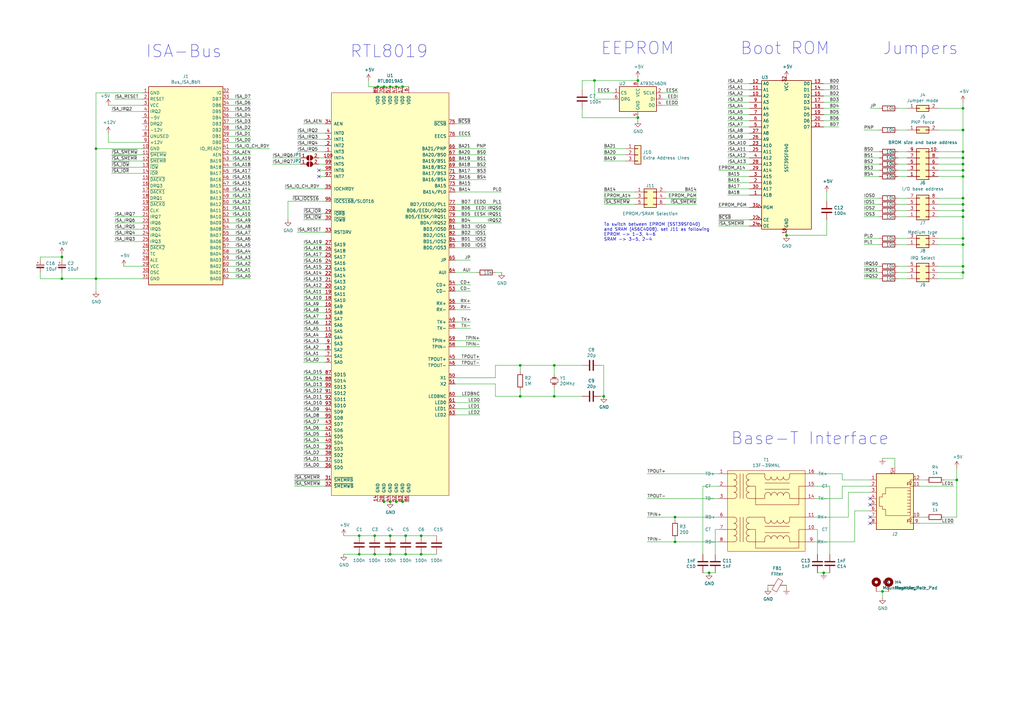
<source format=kicad_sch>
(kicad_sch (version 20211123) (generator eeschema)
  (paper "A3")
  (title_block (title "ISA8019") (date "2022-10-07") (rev "2.4") (company "tbspace.de") (comment 1 "Tobias Mädel"))
  (junction (at 394.97 53.34))
  (junction (at 394.97 111.76))
  (junction (at 39.37 60.96))
  (junction (at 394.97 67.31))
  (junction (at 147.32 227.33))
  (junction (at 166.37 227.33))
  (junction (at 394.97 72.39))
  (junction (at 247.65 162.56))
  (junction (at 361.95 242.57))
  (junction (at 394.97 88.9))
  (junction (at 160.02 219.71))
  (junction (at 213.36 149.86))
  (junction (at 157.48 205.74))
  (junction (at 276.86 212.09))
  (junction (at 160.02 205.74))
  (junction (at 322.58 96.52))
  (junction (at 394.97 109.22))
  (junction (at 166.37 219.71))
  (junction (at 162.56 205.74))
  (junction (at 394.97 83.82))
  (junction (at 25.4 114.3))
  (junction (at 147.32 219.71))
  (junction (at 276.86 222.25))
  (junction (at 165.1 205.74))
  (junction (at 157.48 35.56))
  (junction (at 165.1 35.56))
  (junction (at 227.33 149.86))
  (junction (at 261.62 33.02))
  (junction (at 160.02 227.33))
  (junction (at 243.84 33.02))
  (junction (at 337.82 234.95))
  (junction (at 39.37 114.3))
  (junction (at 160.02 35.56))
  (junction (at 172.72 219.71))
  (junction (at 25.4 105.41))
  (junction (at 394.97 69.85))
  (junction (at 227.33 162.56))
  (junction (at 394.97 81.28))
  (junction (at 394.97 97.79))
  (junction (at 213.36 162.56))
  (junction (at 153.67 219.71))
  (junction (at 154.94 35.56))
  (junction (at 162.56 35.56))
  (junction (at 394.97 100.33))
  (junction (at 392.43 196.85))
  (junction (at 153.67 227.33))
  (junction (at 261.62 48.26))
  (junction (at 172.72 227.33))
  (junction (at 290.83 234.95))
  (junction (at 394.97 62.23))
  (junction (at 394.97 64.77))
  (junction (at 394.97 86.36))
  (junction (at 394.97 44.45))
  (no_connect (at 356.87 204.47))
  (no_connect (at 356.87 214.63))
  (no_connect (at 356.87 212.09))
  (no_connect (at 356.87 207.01))
  (no_connect (at 130.81 69.85))
  (no_connect (at 130.81 72.39))
  (wire (pts (xy 394.97 109.22) (xy 394.97 111.76)))
  (wire (pts (xy 186.69 91.44) (xy 205.74 91.44)))
  (wire (pts (xy 354.33 97.79) (xy 360.68 97.79)))
  (wire (pts (xy 45.72 66.04) (xy 58.42 66.04)))
  (wire (pts (xy 45.72 68.58) (xy 58.42 68.58)))
  (wire (pts (xy 102.87 96.52) (xy 93.98 96.52)))
  (wire (pts (xy 130.81 69.85) (xy 133.35 69.85)))
  (wire (pts (xy 102.87 53.34) (xy 93.98 53.34)))
  (wire (pts (xy 335.28 234.95) (xy 337.82 234.95)))
  (wire (pts (xy 285.75 83.82) (xy 273.05 83.82)))
  (wire (pts (xy 394.97 64.77) (xy 394.97 67.31)))
  (wire (pts (xy 368.3 86.36) (xy 372.11 86.36)))
  (wire (pts (xy 133.35 173.99) (xy 124.46 173.99)))
  (wire (pts (xy 133.35 107.95) (xy 124.46 107.95)))
  (wire (pts (xy 58.42 96.52) (xy 46.99 96.52)))
  (wire (pts (xy 46.99 99.06) (xy 58.42 99.06)))
  (wire (pts (xy 25.4 104.14) (xy 25.4 105.41)))
  (wire (pts (xy 93.98 45.72) (xy 102.87 45.72)))
  (wire (pts (xy 186.69 55.88) (xy 193.04 55.88)))
  (wire (pts (xy 102.87 106.68) (xy 93.98 106.68)))
  (wire (pts (xy 307.34 49.53) (xy 298.45 49.53)))
  (wire (pts (xy 121.92 62.23) (xy 133.35 62.23)))
  (wire (pts (xy 124.46 153.67) (xy 133.35 153.67)))
  (wire (pts (xy 186.69 162.56) (xy 196.85 162.56)))
  (wire (pts (xy 124.46 191.77) (xy 133.35 191.77)))
  (wire (pts (xy 344.17 41.91) (xy 337.82 41.91)))
  (wire (pts (xy 111.76 64.77) (xy 123.19 64.77)))
  (wire (pts (xy 247.65 149.86) (xy 247.65 162.56)))
  (wire (pts (xy 307.34 39.37) (xy 298.45 39.37)))
  (wire (pts (xy 133.35 143.51) (xy 124.46 143.51)))
  (wire (pts (xy 186.69 88.9) (xy 205.74 88.9)))
  (wire (pts (xy 93.98 78.74) (xy 102.87 78.74)))
  (wire (pts (xy 120.65 199.39) (xy 133.35 199.39)))
  (wire (pts (xy 133.35 166.37) (xy 124.46 166.37)))
  (wire (pts (xy 93.98 99.06) (xy 102.87 99.06)))
  (wire (pts (xy 193.04 127) (xy 186.69 127)))
  (wire (pts (xy 394.97 41.91) (xy 394.97 44.45)))
  (wire (pts (xy 278.13 38.1) (xy 271.78 38.1)))
  (wire (pts (xy 337.82 34.29) (xy 344.17 34.29)))
  (wire (pts (xy 394.97 86.36) (xy 394.97 88.9)))
  (wire (pts (xy 345.44 196.85) (xy 356.87 196.85)))
  (wire (pts (xy 133.35 189.23) (xy 124.46 189.23)))
  (wire (pts (xy 165.1 35.56) (xy 167.64 35.56)))
  (wire (pts (xy 44.45 58.42) (xy 58.42 58.42)))
  (wire (pts (xy 167.64 205.74) (xy 165.1 205.74)))
  (wire (pts (xy 247.65 66.04) (xy 256.54 66.04)))
  (wire (pts (xy 247.65 83.82) (xy 260.35 83.82)))
  (wire (pts (xy 199.39 93.98) (xy 186.69 93.98)))
  (wire (pts (xy 337.82 44.45) (xy 344.17 44.45)))
  (wire (pts (xy 354.33 81.28) (xy 360.68 81.28)))
  (wire (pts (xy 186.69 50.8) (xy 193.04 50.8)))
  (wire (pts (xy 133.35 118.11) (xy 124.46 118.11)))
  (wire (pts (xy 294.64 92.71) (xy 307.34 92.71)))
  (wire (pts (xy 162.56 35.56) (xy 165.1 35.56)))
  (wire (pts (xy 339.09 78.74) (xy 339.09 82.55)))
  (wire (pts (xy 322.58 95.25) (xy 322.58 96.52)))
  (wire (pts (xy 124.46 176.53) (xy 133.35 176.53)))
  (wire (pts (xy 124.46 163.83) (xy 133.35 163.83)))
  (wire (pts (xy 335.28 217.17) (xy 334.01 217.17)))
  (wire (pts (xy 339.09 90.17) (xy 339.09 96.52)))
  (wire (pts (xy 186.69 167.64) (xy 196.85 167.64)))
  (wire (pts (xy 166.37 219.71) (xy 160.02 219.71)))
  (wire (pts (xy 151.13 33.02) (xy 151.13 35.56)))
  (wire (pts (xy 247.65 60.96) (xy 256.54 60.96)))
  (wire (pts (xy 186.69 101.6) (xy 199.39 101.6)))
  (wire (pts (xy 276.86 212.09) (xy 276.86 213.36)))
  (wire (pts (xy 265.43 212.09) (xy 276.86 212.09)))
  (wire (pts (xy 165.1 205.74) (xy 162.56 205.74)))
  (wire (pts (xy 186.69 157.48) (xy 203.2 157.48)))
  (wire (pts (xy 102.87 91.44) (xy 93.98 91.44)))
  (wire (pts (xy 372.11 69.85) (xy 368.3 69.85)))
  (wire (pts (xy 186.69 116.84) (xy 193.04 116.84)))
  (wire (pts (xy 102.87 63.5) (xy 93.98 63.5)))
  (wire (pts (xy 46.99 88.9) (xy 58.42 88.9)))
  (wire (pts (xy 153.67 227.33) (xy 160.02 227.33)))
  (wire (pts (xy 102.87 71.12) (xy 93.98 71.12)))
  (wire (pts (xy 372.11 100.33) (xy 368.3 100.33)))
  (wire (pts (xy 213.36 149.86) (xy 213.36 152.4)))
  (wire (pts (xy 102.87 66.04) (xy 93.98 66.04)))
  (wire (pts (xy 394.97 86.36) (xy 384.81 86.36)))
  (wire (pts (xy 384.81 88.9) (xy 394.97 88.9)))
  (wire (pts (xy 372.11 83.82) (xy 368.3 83.82)))
  (wire (pts (xy 276.86 212.09) (xy 294.64 212.09)))
  (wire (pts (xy 360.68 100.33) (xy 354.33 100.33)))
  (wire (pts (xy 93.98 68.58) (xy 102.87 68.58)))
  (wire (pts (xy 298.45 74.93) (xy 307.34 74.93)))
  (wire (pts (xy 25.4 105.41) (xy 25.4 106.68)))
  (wire (pts (xy 124.46 87.63) (xy 133.35 87.63)))
  (wire (pts (xy 322.58 240.03) (xy 322.58 241.3)))
  (wire (pts (xy 157.48 205.74) (xy 154.94 205.74)))
  (wire (pts (xy 186.69 124.46) (xy 193.04 124.46)))
  (wire (pts (xy 298.45 72.39) (xy 307.34 72.39)))
  (wire (pts (xy 172.72 219.71) (xy 179.07 219.71)))
  (wire (pts (xy 147.32 227.33) (xy 153.67 227.33)))
  (wire (pts (xy 372.11 111.76) (xy 368.3 111.76)))
  (wire (pts (xy 372.11 53.34) (xy 368.3 53.34)))
  (wire (pts (xy 153.67 219.71) (xy 147.32 219.71)))
  (wire (pts (xy 387.35 212.09) (xy 392.43 212.09)))
  (wire (pts (xy 157.48 35.56) (xy 160.02 35.56)))
  (wire (pts (xy 337.82 49.53) (xy 344.17 49.53)))
  (wire (pts (xy 93.98 109.22) (xy 102.87 109.22)))
  (wire (pts (xy 124.46 115.57) (xy 133.35 115.57)))
  (wire (pts (xy 93.98 83.82) (xy 102.87 83.82)))
  (wire (pts (xy 196.85 149.86) (xy 186.69 149.86)))
  (wire (pts (xy 160.02 35.56) (xy 162.56 35.56)))
  (wire (pts (xy 205.74 111.76) (xy 203.2 111.76)))
  (wire (pts (xy 394.97 72.39) (xy 394.97 81.28)))
  (wire (pts (xy 337.82 39.37) (xy 344.17 39.37)))
  (wire (pts (xy 368.3 109.22) (xy 372.11 109.22)))
  (wire (pts (xy 294.64 90.17) (xy 307.34 90.17)))
  (wire (pts (xy 334.01 199.39) (xy 340.36 199.39)))
  (wire (pts (xy 271.78 40.64) (xy 278.13 40.64)))
  (wire (pts (xy 124.46 140.97) (xy 133.35 140.97)))
  (wire (pts (xy 345.44 199.39) (xy 345.44 204.47)))
  (wire (pts (xy 384.81 114.3) (xy 394.97 114.3)))
  (wire (pts (xy 350.52 222.25) (xy 334.01 222.25)))
  (wire (pts (xy 387.35 196.85) (xy 392.43 196.85)))
  (wire (pts (xy 110.49 60.96) (xy 93.98 60.96)))
  (wire (pts (xy 247.65 162.56) (xy 246.38 162.56)))
  (wire (pts (xy 360.68 111.76) (xy 354.33 111.76)))
  (wire (pts (xy 265.43 194.31) (xy 294.64 194.31)))
  (wire (pts (xy 359.41 242.57) (xy 361.95 242.57)))
  (wire (pts (xy 213.36 160.02) (xy 213.36 162.56)))
  (wire (pts (xy 186.69 60.96) (xy 199.39 60.96)))
  (wire (pts (xy 227.33 149.86) (xy 213.36 149.86)))
  (wire (pts (xy 394.97 109.22) (xy 384.81 109.22)))
  (wire (pts (xy 298.45 46.99) (xy 307.34 46.99)))
  (wire (pts (xy 335.28 227.33) (xy 335.28 217.17)))
  (wire (pts (xy 260.35 81.28) (xy 247.65 81.28)))
  (wire (pts (xy 394.97 53.34) (xy 394.97 62.23)))
  (wire (pts (xy 116.84 77.47) (xy 133.35 77.47)))
  (wire (pts (xy 290.83 234.95) (xy 293.37 234.95)))
  (wire (pts (xy 172.72 227.33) (xy 179.07 227.33)))
  (wire (pts (xy 124.46 146.05) (xy 133.35 146.05)))
  (wire (pts (xy 322.58 96.52) (xy 339.09 96.52)))
  (wire (pts (xy 238.76 48.26) (xy 238.76 44.45)))
  (wire (pts (xy 93.98 114.3) (xy 102.87 114.3)))
  (wire (pts (xy 102.87 81.28) (xy 93.98 81.28)))
  (wire (pts (xy 124.46 120.65) (xy 133.35 120.65)))
  (wire (pts (xy 278.13 43.18) (xy 271.78 43.18)))
  (wire (pts (xy 162.56 205.74) (xy 160.02 205.74)))
  (wire (pts (xy 93.98 40.64) (xy 102.87 40.64)))
  (wire (pts (xy 298.45 52.07) (xy 307.34 52.07)))
  (wire (pts (xy 394.97 62.23) (xy 394.97 64.77)))
  (wire (pts (xy 294.64 222.25) (xy 276.86 222.25)))
  (wire (pts (xy 193.04 106.68) (xy 186.69 106.68)))
  (wire (pts (xy 247.65 63.5) (xy 256.54 63.5)))
  (wire (pts (xy 356.87 209.55) (xy 350.52 209.55)))
  (wire (pts (xy 307.34 69.85) (xy 294.64 69.85)))
  (wire (pts (xy 186.69 76.2) (xy 193.04 76.2)))
  (wire (pts (xy 133.35 171.45) (xy 124.46 171.45)))
  (wire (pts (xy 372.11 88.9) (xy 368.3 88.9)))
  (wire (pts (xy 293.37 227.33) (xy 293.37 217.17)))
  (wire (pts (xy 45.72 63.5) (xy 58.42 63.5)))
  (wire (pts (xy 350.52 209.55) (xy 350.52 222.25)))
  (wire (pts (xy 354.33 86.36) (xy 360.68 86.36)))
  (wire (pts (xy 45.72 45.72) (xy 58.42 45.72)))
  (wire (pts (xy 133.35 184.15) (xy 124.46 184.15)))
  (wire (pts (xy 394.97 44.45) (xy 384.81 44.45)))
  (wire (pts (xy 44.45 43.18) (xy 58.42 43.18)))
  (wire (pts (xy 368.3 67.31) (xy 372.11 67.31)))
  (wire (pts (xy 307.34 34.29) (xy 298.45 34.29)))
  (wire (pts (xy 340.36 199.39) (xy 340.36 227.33)))
  (wire (pts (xy 93.98 104.14) (xy 102.87 104.14)))
  (wire (pts (xy 39.37 60.96) (xy 58.42 60.96)))
  (wire (pts (xy 394.97 53.34) (xy 384.81 53.34)))
  (wire (pts (xy 186.69 111.76) (xy 195.58 111.76)))
  (wire (pts (xy 247.65 78.74) (xy 260.35 78.74)))
  (wire (pts (xy 261.62 31.75) (xy 261.62 33.02)))
  (wire (pts (xy 133.35 133.35) (xy 124.46 133.35)))
  (wire (pts (xy 227.33 158.75) (xy 227.33 162.56)))
  (wire (pts (xy 368.3 44.45) (xy 372.11 44.45)))
  (wire (pts (xy 39.37 38.1) (xy 58.42 38.1)))
  (wire (pts (xy 377.19 199.39) (xy 391.16 199.39)))
  (wire (pts (xy 133.35 113.03) (xy 124.46 113.03)))
  (wire (pts (xy 360.68 62.23) (xy 354.33 62.23)))
  (wire (pts (xy 102.87 76.2) (xy 93.98 76.2)))
  (wire (pts (xy 246.38 149.86) (xy 247.65 149.86)))
  (wire (pts (xy 186.69 83.82) (xy 205.74 83.82)))
  (wire (pts (xy 265.43 204.47) (xy 294.64 204.47)))
  (wire (pts (xy 307.34 59.69) (xy 298.45 59.69)))
  (wire (pts (xy 394.97 81.28) (xy 384.81 81.28)))
  (wire (pts (xy 298.45 80.01) (xy 307.34 80.01)))
  (wire (pts (xy 261.62 48.26) (xy 238.76 48.26)))
  (wire (pts (xy 354.33 109.22) (xy 360.68 109.22)))
  (wire (pts (xy 361.95 187.96) (xy 367.03 187.96)))
  (wire (pts (xy 160.02 205.74) (xy 157.48 205.74)))
  (wire (pts (xy 245.11 38.1) (xy 251.46 38.1)))
  (wire (pts (xy 392.43 196.85) (xy 392.43 212.09)))
  (wire (pts (xy 172.72 219.71) (xy 166.37 219.71)))
  (wire (pts (xy 186.69 86.36) (xy 205.74 86.36)))
  (wire (pts (xy 354.33 72.39) (xy 360.68 72.39)))
  (wire (pts (xy 196.85 165.1) (xy 186.69 165.1)))
  (wire (pts (xy 377.19 212.09) (xy 379.73 212.09)))
  (wire (pts (xy 46.99 93.98) (xy 58.42 93.98)))
  (wire (pts (xy 394.97 69.85) (xy 384.81 69.85)))
  (wire (pts (xy 93.98 93.98) (xy 102.87 93.98)))
  (wire (pts (xy 314.96 240.03) (xy 314.96 241.3)))
  (wire (pts (xy 368.3 62.23) (xy 372.11 62.23)))
  (wire (pts (xy 285.75 78.74) (xy 273.05 78.74)))
  (wire (pts (xy 186.69 63.5) (xy 199.39 63.5)))
  (wire (pts (xy 367.03 187.96) (xy 367.03 191.77)))
  (wire (pts (xy 102.87 43.18) (xy 93.98 43.18)))
  (wire (pts (xy 124.46 105.41) (xy 133.35 105.41)))
  (wire (pts (xy 186.69 68.58) (xy 199.39 68.58)))
  (wire (pts (xy 151.13 35.56) (xy 154.94 35.56)))
  (wire (pts (xy 368.3 81.28) (xy 372.11 81.28)))
  (wire (pts (xy 394.97 97.79) (xy 394.97 100.33)))
  (wire (pts (xy 124.46 168.91) (xy 133.35 168.91)))
  (wire (pts (xy 46.99 40.64) (xy 58.42 40.64)))
  (wire (pts (xy 227.33 162.56) (xy 238.76 162.56)))
  (wire (pts (xy 356.87 44.45) (xy 360.68 44.45)))
  (wire (pts (xy 39.37 119.38) (xy 39.37 114.3)))
  (wire (pts (xy 124.46 110.49) (xy 133.35 110.49)))
  (wire (pts (xy 133.35 161.29) (xy 124.46 161.29)))
  (wire (pts (xy 124.46 135.89) (xy 133.35 135.89)))
  (wire (pts (xy 186.69 147.32) (xy 196.85 147.32)))
  (wire (pts (xy 123.19 67.31) (xy 111.76 67.31)))
  (wire (pts (xy 288.29 234.95) (xy 290.83 234.95)))
  (wire (pts (xy 133.35 138.43) (xy 124.46 138.43)))
  (wire (pts (xy 58.42 109.22) (xy 50.8 109.22)))
  (wire (pts (xy 102.87 48.26) (xy 93.98 48.26)))
  (wire (pts (xy 394.97 69.85) (xy 394.97 72.39)))
  (wire (pts (xy 394.97 83.82) (xy 394.97 86.36)))
  (wire (pts (xy 39.37 38.1) (xy 39.37 60.96)))
  (wire (pts (xy 360.68 83.82) (xy 354.33 83.82)))
  (wire (pts (xy 394.97 97.79) (xy 384.81 97.79)))
  (wire (pts (xy 93.98 55.88) (xy 102.87 55.88)))
  (wire (pts (xy 133.35 156.21) (xy 124.46 156.21)))
  (wire (pts (xy 121.92 54.61) (xy 133.35 54.61)))
  (wire (pts (xy 298.45 57.15) (xy 307.34 57.15)))
  (wire (pts (xy 276.86 222.25) (xy 265.43 222.25)))
  (wire (pts (xy 288.29 199.39) (xy 288.29 227.33)))
  (wire (pts (xy 186.69 139.7) (xy 196.85 139.7)))
  (wire (pts (xy 130.81 72.39) (xy 133.35 72.39)))
  (wire (pts (xy 298.45 67.31) (xy 307.34 67.31)))
  (wire (pts (xy 372.11 114.3) (xy 368.3 114.3)))
  (wire (pts (xy 354.33 88.9) (xy 360.68 88.9)))
  (wire (pts (xy 16.51 111.76) (xy 16.51 114.3)))
  (wire (pts (xy 227.33 149.86) (xy 227.33 153.67)))
  (wire (pts (xy 307.34 44.45) (xy 298.45 44.45)))
  (wire (pts (xy 354.33 64.77) (xy 360.68 64.77)))
  (wire (pts (xy 133.35 128.27) (xy 124.46 128.27)))
  (wire (pts (xy 344.17 52.07) (xy 337.82 52.07)))
  (wire (pts (xy 203.2 162.56) (xy 213.36 162.56)))
  (wire (pts (xy 16.51 106.68) (xy 16.51 105.41)))
  (wire (pts (xy 186.69 96.52) (xy 199.39 96.52)))
  (wire (pts (xy 130.81 67.31) (xy 133.35 67.31)))
  (wire (pts (xy 298.45 77.47) (xy 307.34 77.47)))
  (wire (pts (xy 372.11 64.77) (xy 368.3 64.77)))
  (wire (pts (xy 360.68 114.3) (xy 354.33 114.3)))
  (wire (pts (xy 298.45 62.23) (xy 307.34 62.23)))
  (wire (pts (xy 276.86 220.98) (xy 276.86 222.25)))
  (wire (pts (xy 133.35 179.07) (xy 124.46 179.07)))
  (wire (pts (xy 124.46 50.8) (xy 133.35 50.8)))
  (wire (pts (xy 45.72 71.12) (xy 58.42 71.12)))
  (wire (pts (xy 133.35 148.59) (xy 124.46 148.59)))
  (wire (pts (xy 337.82 234.95) (xy 340.36 234.95)))
  (wire (pts (xy 394.97 114.3) (xy 394.97 111.76)))
  (wire (pts (xy 39.37 60.96) (xy 39.37 114.3)))
  (wire (pts (xy 307.34 85.09) (xy 294.64 85.09)))
  (wire (pts (xy 203.2 149.86) (xy 203.2 154.94)))
  (wire (pts (xy 25.4 111.76) (xy 25.4 114.3)))
  (wire (pts (xy 93.98 50.8) (xy 102.87 50.8)))
  (wire (pts (xy 199.39 73.66) (xy 186.69 73.66)))
  (wire (pts (xy 356.87 199.39) (xy 345.44 199.39)))
  (wire (pts (xy 186.69 71.12) (xy 199.39 71.12)))
  (wire (pts (xy 196.85 170.18) (xy 186.69 170.18)))
  (wire (pts (xy 361.95 242.57) (xy 364.49 242.57)))
  (wire (pts (xy 124.46 130.81) (xy 133.35 130.81)))
  (wire (pts (xy 124.46 125.73) (xy 133.35 125.73)))
  (wire (pts (xy 298.45 41.91) (xy 307.34 41.91)))
  (wire (pts (xy 360.68 67.31) (xy 354.33 67.31)))
  (wire (pts (xy 384.81 83.82) (xy 394.97 83.82)))
  (wire (pts (xy 261.62 33.02) (xy 243.84 33.02)))
  (wire (pts (xy 394.97 88.9) (xy 394.97 97.79)))
  (wire (pts (xy 384.81 100.33) (xy 394.97 100.33)))
  (wire (pts (xy 93.98 73.66) (xy 102.87 73.66)))
  (wire (pts (xy 121.92 95.25) (xy 133.35 95.25)))
  (wire (pts (xy 334.01 194.31) (xy 345.44 194.31)))
  (wire (pts (xy 120.65 196.85) (xy 133.35 196.85)))
  (wire (pts (xy 186.69 132.08) (xy 193.04 132.08)))
  (wire (pts (xy 347.98 201.93) (xy 347.98 212.09)))
  (wire (pts (xy 193.04 119.38) (xy 186.69 119.38)))
  (wire (pts (xy 243.84 33.02) (xy 238.76 33.02)))
  (wire (pts (xy 354.33 69.85) (xy 360.68 69.85)))
  (wire (pts (xy 392.43 191.77) (xy 392.43 196.85)))
  (wire (pts (xy 307.34 64.77) (xy 298.45 64.77)))
  (wire (pts (xy 394.97 67.31) (xy 394.97 69.85)))
  (wire (pts (xy 384.81 72.39) (xy 394.97 72.39)))
  (wire (pts (xy 344.17 46.99) (xy 337.82 46.99)))
  (wire (pts (xy 39.37 114.3) (xy 58.42 114.3)))
  (wire (pts (xy 307.34 54.61) (xy 298.45 54.61)))
  (wire (pts (xy 102.87 111.76) (xy 93.98 111.76)))
  (wire (pts (xy 394.97 81.28) (xy 394.97 83.82)))
  (wire (pts (xy 344.17 36.83) (xy 337.82 36.83)))
  (wire (pts (xy 25.4 114.3) (xy 39.37 114.3)))
  (wire (pts (xy 133.35 59.69) (xy 121.92 59.69)))
  (wire (pts (xy 133.35 123.19) (xy 124.46 123.19)))
  (wire (pts (xy 243.84 40.64) (xy 243.84 33.02)))
  (wire (pts (xy 58.42 91.44) (xy 46.99 91.44)))
  (wire (pts (xy 16.51 105.41) (xy 25.4 105.41)))
  (wire (pts (xy 345.44 194.31) (xy 345.44 196.85)))
  (wire (pts (xy 384.81 67.31) (xy 394.97 67.31)))
  (wire (pts (xy 130.81 64.77) (xy 133.35 64.77)))
  (wire (pts (xy 16.51 114.3) (xy 25.4 114.3)))
  (wire (pts (xy 298.45 36.83) (xy 307.34 36.83)))
  (wire (pts (xy 261.62 48.26) (xy 261.62 49.53)))
  (wire (pts (xy 44.45 54.61) (xy 44.45 58.42)))
  (wire (pts (xy 118.11 82.55) (xy 133.35 82.55)))
  (wire (pts (xy 203.2 149.86) (xy 213.36 149.86)))
  (wire (pts (xy 186.69 78.74) (xy 205.74 78.74)))
  (wire (pts (xy 238.76 149.86) (xy 227.33 149.86)))
  (wire (pts (xy 199.39 99.06) (xy 186.69 99.06)))
  (wire (pts (xy 384.81 111.76) (xy 394.97 111.76)))
  (wire (pts (xy 124.46 100.33) (xy 133.35 100.33)))
  (wire (pts (xy 238.76 33.02) (xy 238.76 36.83)))
  (wire (pts (xy 361.95 242.57) (xy 361.95 245.11)))
  (wire (pts (xy 121.92 57.15) (xy 133.35 57.15)))
  (wire (pts (xy 102.87 101.6) (xy 93.98 101.6)))
  (wire (pts (xy 394.97 100.33) (xy 394.97 109.22)))
  (wire (pts (xy 391.16 214.63) (xy 377.19 214.63)))
  (wire (pts (xy 394.97 44.45) (xy 394.97 53.34)))
  (wire (pts (xy 251.46 40.64) (xy 243.84 40.64)))
  (wire (pts (xy 154.94 35.56) (xy 157.48 35.56)))
  (wire (pts (xy 133.35 102.87) (xy 124.46 102.87)))
  (wire (pts (xy 368.3 97.79) (xy 372.11 97.79)))
  (wire (pts (xy 377.19 196.85) (xy 379.73 196.85)))
  (wire (pts (xy 124.46 90.17) (xy 133.35 90.17)))
  (wire (pts (xy 124.46 181.61) (xy 133.35 181.61)))
  (wire (pts (xy 93.98 88.9) (xy 102.87 88.9)))
  (wire (pts (xy 160.02 219.71) (xy 153.67 219.71)))
  (wire (pts (xy 356.87 201.93) (xy 347.98 201.93)))
  (wire (pts (xy 140.97 219.71) (xy 147.32 219.71)))
  (wire (pts (xy 140.97 227.33) (xy 147.32 227.33)))
  (wire (pts (xy 186.69 134.62) (xy 193.04 134.62)))
  (wire (pts (xy 203.2 154.94) (xy 186.69 154.94)))
  (wire (pts (xy 273.05 81.28) (xy 285.75 81.28)))
  (wire (pts (xy 124.46 158.75) (xy 133.35 158.75)))
  (wire (pts (xy 345.44 204.47) (xy 334.01 204.47)))
  (wire (pts (xy 293.37 217.17) (xy 294.64 217.17)))
  (wire (pts (xy 102.87 58.42) (xy 93.98 58.42)))
  (wire (pts (xy 196.85 142.24) (xy 186.69 142.24)))
  (wire (pts (xy 203.2 157.48) (xy 203.2 162.56)))
  (wire (pts (xy 118.11 90.17) (xy 118.11 82.55)))
  (wire (pts (xy 186.69 66.04) (xy 199.39 66.04)))
  (wire (pts (xy 384.81 62.23) (xy 394.97 62.23)))
  (wire (pts (xy 394.97 64.77) (xy 384.81 64.77)))
  (wire (pts (xy 213.36 162.56) (xy 227.33 162.56)))
  (wire (pts (xy 160.02 227.33) (xy 166.37 227.33)))
  (wire (pts (xy 334.01 212.09) (xy 347.98 212.09)))
  (wire (pts (xy 368.3 72.39) (xy 372.11 72.39)))
  (wire (pts (xy 124.46 186.69) (xy 133.35 186.69)))
  (wire (pts (xy 360.68 53.34) (xy 354.33 53.34)))
  (wire (pts (xy 166.37 227.33) (xy 172.72 227.33)))
  (wire (pts (xy 294.64 199.39) (xy 288.29 199.39)))
  (wire (pts (xy 102.87 86.36) (xy 93.98 86.36)))
  (text "Jumpers" (at 361.95 22.86 0) (effects (font (size 5.0038 5.0038)) (justify left bottom)))
  (text "ISA-Bus" (at 59.69 24.13 0) (effects (font (size 5.0038 5.0038)) (justify left bottom)))
  (text "Boot ROM" (at 303.53 22.86 0) (effects (font (size 5.0038 5.0038)) (justify left bottom)))
  (text "RTL8019" (at 143.51 24.13 0) (effects (font (size 5.0038 5.0038)) (justify left bottom)))
  (text "To switch between EPROM (SST39SF040)\nand SRAM (AS6C4008), set J11 as following\nEPROM -> 1-3, 4-6\nSRAM -> 3-5, 2-4" (at 247.65 99.06 0) (effects (font (size 1.27 1.27)) (justify left bottom)))
  (text "Base-T Interface" (at 299.72 182.88 0) (effects (font (size 5.0038 5.0038)) (justify left bottom)))
  (text "EEPROM" (at 246.38 22.86 0) (effects (font (size 5.0038 5.0038)) (justify left bottom)))
  (label "ISA_A12" (at 298.45 64.77 0))
  (label "ISA_D2" (at 102.87 53.34 180))
  (label "ISA_A5" (at 124.46 135.89 0))
  (label "~{ISA_IOW}" (at 124.46 90.17 0))
  (label "ISA_A9" (at 102.87 91.44 180))
  (label "BD4" (at 193.04 91.44 180))
  (label "~{ISA_SMEMR}" (at 120.65 196.85 0))
  (label "ISA_A16" (at 124.46 107.95 0))
  (label "CD-" (at 193.04 119.38 180))
  (label "EEDI" (at 278.13 40.64 180))
  (label "ISA_AEN" (at 124.46 50.8 0))
  (label "~{BCSB}" (at 294.64 90.17 0))
  (label "BA16" (at 298.45 74.93 0))
  (label "ISA_A13" (at 124.46 115.57 0))
  (label "ISA_A2" (at 102.87 109.22 180))
  (label "ISA_A6" (at 124.46 133.35 0))
  (label "ISA_D7" (at 124.46 173.99 0))
  (label "IOS0" (at 199.39 93.98 180))
  (label "ISA_D3" (at 124.46 184.15 0))
  (label "ISA_A17" (at 102.87 71.12 180))
  (label "ISA_D10" (at 124.46 166.37 0))
  (label "BS2" (at 354.33 67.31 0))
  (label "ISA_A0" (at 102.87 114.3 180))
  (label "IRQS2" (at 205.74 91.44 180))
  (label "ISA_A16" (at 102.87 73.66 180))
  (label "IOS0" (at 354.33 81.28 0))
  (label "~{ISA_SMEMW}" (at 285.75 83.82 180))
  (label "~{ISA_IOR}" (at 124.46 87.63 0))
  (label "BD7" (at 193.04 83.82 180))
  (label "TPIN-" (at 196.85 142.24 180))
  (label "ISA_IO_CH_RDY" (at 116.84 77.47 0))
  (label "ISA_D5" (at 124.46 179.07 0))
  (label "BA19" (at 247.65 66.04 0))
  (label "ISA_IRQ4" (at 46.99 96.52 0))
  (label "IOS3" (at 199.39 101.6 180))
  (label "TPOUT+" (at 196.85 147.32 180))
  (label "IRQS0" (at 205.74 86.36 180))
  (label "IRQS0" (at 354.33 109.22 0))
  (label "ISA_RESET" (at 121.92 95.25 0))
  (label "PL0" (at 354.33 97.79 0))
  (label "IOS1" (at 199.39 96.52 180))
  (label "ISA_A17" (at 124.46 105.41 0))
  (label "PL0" (at 205.74 78.74 180))
  (label "ISA_A13" (at 102.87 81.28 180))
  (label "ISA_D4" (at 124.46 181.61 0))
  (label "BA18" (at 298.45 80.01 0))
  (label "~{ISA_IOR}" (at 45.72 71.12 0))
  (label "ISA_AEN" (at 102.87 63.5 180))
  (label "ISA_D8" (at 124.46 171.45 0))
  (label "ISA_A11" (at 124.46 120.65 0))
  (label "BD7" (at 344.17 52.07 180))
  (label "BD4" (at 344.17 44.45 180))
  (label "ISA_D11" (at 124.46 163.83 0))
  (label "ISA_IO_CH_RDY" (at 110.49 60.96 180))
  (label "BS1" (at 199.39 66.04 180))
  (label "ISA_A5" (at 298.45 46.99 0))
  (label "IOS3" (at 354.33 88.9 0))
  (label "ISA_IRQ2" (at 121.92 54.61 0))
  (label "BA14" (at 247.65 78.74 0))
  (label "~{ISA_SMEMW}" (at 45.72 63.5 0))
  (label "LED2" (at 196.85 170.18 180))
  (label "BA16" (at 193.04 73.66 180))
  (label "ISA_A6" (at 298.45 49.53 0))
  (label "TX-" (at 193.04 134.62 180))
  (label "ISA_A10" (at 298.45 59.69 0))
  (label "BD3" (at 344.17 41.91 180))
  (label "ISA_A3" (at 124.46 140.97 0))
  (label "LEDBNC" (at 196.85 162.56 180))
  (label "ISA_A9" (at 124.46 125.73 0))
  (label "ISA_A18" (at 124.46 102.87 0))
  (label "ISA_A19" (at 102.87 66.04 180))
  (label "BS3" (at 354.33 69.85 0))
  (label "ISA_IRQ6" (at 111.76 64.77 0))
  (label "ISA_A7" (at 102.87 96.52 180))
  (label "TPOUT-" (at 196.85 149.86 180))
  (label "ISA_D6" (at 124.46 176.53 0))
  (label "ISA_D12" (at 124.46 161.29 0))
  (label "BS0" (at 354.33 62.23 0))
  (label "~{ISA_SMEMW}" (at 247.65 83.82 0))
  (label "~{ISA_IOCS16}" (at 130.81 82.55 180))
  (label "IRQS1" (at 205.74 88.9 180))
  (label "JP" (at 193.04 106.68 180))
  (label "IOS1" (at 354.33 83.82 0))
  (label "~{BCSB}" (at 193.04 50.8 180))
  (label "ISA_A8" (at 124.46 128.27 0))
  (label "ISA_D4" (at 102.87 48.26 180))
  (label "TPIN+" (at 265.43 212.09 0))
  (label "ISA_A5" (at 102.87 101.6 180))
  (label "ISA_D6" (at 102.87 43.18 180))
  (label "IRQS2" (at 354.33 114.3 0))
  (label "ISA_D0" (at 124.46 191.77 0))
  (label "BD5" (at 193.04 88.9 180))
  (label "~{ISA_SMEMR}" (at 294.64 92.71 0))
  (label "ISA_A13" (at 298.45 67.31 0))
  (label "ISA_D5" (at 102.87 45.72 180))
  (label "ISA_A1" (at 124.46 146.05 0))
  (label "ISA_A15" (at 124.46 110.49 0))
  (label "AUI" (at 193.04 111.76 180))
  (label "LED0" (at 196.85 165.1 180))
  (label "ISA_A8" (at 102.87 93.98 180))
  (label "ISA_A3" (at 298.45 41.91 0))
  (label "EECS" (at 245.11 38.1 0))
  (label "BS1" (at 354.33 64.77 0))
  (label "ISA_A12" (at 102.87 83.82 180))
  (label "EEDO" (at 199.39 83.82 180))
  (label "ISA_A19" (at 124.46 100.33 0))
  (label "ISA_A18" (at 102.87 68.58 180))
  (label "TPIN+" (at 196.85 139.7 180))
  (label "RX+" (at 193.04 124.46 180))
  (label "JP" (at 356.87 44.45 0))
  (label "ISA_D1" (at 102.87 55.88 180))
  (label "LED0" (at 391.16 214.63 180))
  (label "CD+" (at 193.04 116.84 180))
  (label "ISA_A4" (at 102.87 104.14 180))
  (label "ISA_A14" (at 124.46 113.03 0))
  (label "ISA_A2" (at 124.46 143.51 0))
  (label "ISA_A11" (at 298.45 62.23 0))
  (label "ISA_D13" (at 124.46 158.75 0))
  (label "BA19" (at 187.96 66.04 0))
  (label "TPOUT-" (at 265.43 204.47 0))
  (label "BD2" (at 344.17 39.37 180))
  (label "IOS2" (at 354.33 86.36 0))
  (label "BA14" (at 285.75 78.74 180))
  (label "BA21" (at 187.96 60.96 0))
  (label "BD0" (at 193.04 101.6 180))
  (label "RX-" (at 193.04 127 180))
  (label "ISA_RESET" (at 46.99 40.64 0))
  (label "ISA_A12" (at 124.46 118.11 0))
  (label "ISA_IRQ7" (at 111.76 67.31 0))
  (label "BA15" (at 298.45 72.39 0))
  (label "BS4" (at 199.39 73.66 180))
  (label "BA17" (at 187.96 71.12 0))
  (label "BA15" (at 193.04 76.2 180))
  (label "ISA_A7" (at 124.46 130.81 0))
  (label "EESK" (at 278.13 38.1 180))
  (label "ISA_A9" (at 298.45 57.15 0))
  (label "EPROM_A14" (at 294.64 69.85 0))
  (label "ISA_A15" (at 102.87 76.2 180))
  (label "ISA_D1" (at 124.46 189.23 0))
  (label "ISA_D0" (at 102.87 58.42 180))
  (label "ISA_A11" (at 102.87 86.36 180))
  (label "~{ISA_SMEMW}" (at 120.65 199.39 0))
  (label "ISA_A10" (at 102.87 88.9 180))
  (label "EEDI" (at 199.39 86.36 180))
  (label "BS2" (at 199.39 68.58 180))
  (label "ISA_A7" (at 298.45 52.07 0))
  (label "EEDO" (at 278.13 43.18 180))
  (label "ISA_IRQ2" (at 45.72 45.72 0))
  (label "BS4" (at 354.33 72.39 0))
  (label "BD2" (at 193.04 96.52 180))
  (label "ISA_A4" (at 298.45 44.45 0))
  (label "ISA_D2" (at 124.46 186.69 0))
  (label "ISA_IRQ3" (at 46.99 99.06 0))
  (label "BA14" (at 193.04 78.74 180))
  (label "ISA_A2" (at 298.45 39.37 0))
  (label "ISA_A8" (at 298.45 54.61 0))
  (label "BD6" (at 344.17 49.53 180))
  (label "TPIN-" (at 265.43 222.25 0))
  (label "PL1" (at 205.74 83.82 180))
  (label "ISA_IRQ3" (at 121.92 57.15 0))
  (label "ISA_D9" (at 124.46 168.91 0))
  (label "ISA_IRQ7" (at 46.99 88.9 0))
  (label "ISA_A14" (at 102.87 78.74 180))
  (label "EPROM_A14" (at 247.65 81.28 0))
  (label "EPROM_PGM" (at 294.64 85.09 0))
  (label "BD1" (at 193.04 99.06 180))
  (label "~{ISA_SMEMR}" (at 45.72 66.04 0))
  (label "ISA_D15" (at 124.46 153.67 0))
  (label "BD3" (at 193.04 93.98 180))
  (label "EPROM_PGM" (at 285.75 81.28 180))
  (label "ISA_A10" (at 124.46 123.19 0))
  (label "PL1" (at 354.33 100.33 0))
  (label "BS0" (at 199.39 63.5 180))
  (label "BA18" (at 187.96 68.58 0))
  (label "BD6" (at 193.04 86.36 180))
  (label "ISA_A1" (at 102.87 111.76 180))
  (label "BD5" (at 344.17 46.99 180))
  (label "ISA_IRQ5" (at 46.99 93.98 0))
  (label "PNP" (at 199.39 60.96 180))
  (label "PNP" (at 354.33 53.34 0))
  (label "BD0" (at 344.17 34.29 180))
  (label "BA20" (at 247.65 63.5 0))
  (label "ISA_D3" (at 102.87 50.8 180))
  (label "ISA_D7" (at 102.87 40.64 180))
  (label "LED1" (at 196.85 167.64 180))
  (label "BA20" (at 187.96 63.5 0))
  (label "ISA_A1" (at 298.45 36.83 0))
  (label "ISA_D14" (at 124.46 156.21 0))
  (label "ISA_IRQ6" (at 46.99 91.44 0))
  (label "ISA_A6" (at 102.87 99.06 180))
  (label "ISA_A4" (at 124.46 138.43 0))
  (label "ISA_A0" (at 298.45 34.29 0))
  (label "IOS2" (at 199.39 99.06 180))
  (label "LED1" (at 391.16 199.39 180))
  (label "ISA_IRQ4" (at 121.92 59.69 0))
  (label "ISA_IRQ5" (at 121.92 62.23 0))
  (label "ISA_A3" (at 102.87 106.68 180))
  (label "EESK" (at 199.39 88.9 180))
  (label "ISA_A0" (at 124.46 148.59 0))
  (label "IRQS1" (at 354.33 111.76 0))
  (label "~{ISA_IOW}" (at 45.72 68.58 0))
  (label "BD1" (at 344.17 36.83 180))
  (label "TPOUT+" (at 265.43 194.31 0))
  (label "BS3" (at 199.39 71.12 180))
  (label "EECS" (at 193.04 55.88 180))
  (label "BA17" (at 298.45 77.47 0))
  (label "TX+" (at 193.04 132.08 180))
  (label "BA21" (at 247.65 60.96 0))
  (symbol (lib_id "RTL8019:RTL8019AS") (at 161.29 46.99 0) (unit 1)
    (property "Reference" "U1" (at 160.02 30.9626 0))
    (property "Value" "RTL8019AS" (at 160.02 33.274 0))
    (property "Footprint" "Package_QFP_Realtek:LQFP-14x20mm_P0.5mm" (effects hide))
    (property "Datasheet" "http://www.ethernut.de/pdf/8019asds.pdf" (effects hide))
    (property "LCSC" "C10016" (effects hide))
  )
  (symbol (lib_id "power:+5V") (at 44.45 43.18 0) (unit 1)
    (property "Reference" "#PWR0101" (effects hide))
    (property "Value" "+5V" (at 43.18 39.37 0))
  )
  (symbol (lib_id "power:+5V") (at 151.13 33.02 0) (unit 1)
    (property "Reference" "#PWR0102" (effects hide))
    (property "Value" "+5V" (at 151.511 28.6258 0))
  )
  (symbol (lib_id "power:GND") (at 160.02 205.74 0) (unit 1)
    (property "Reference" "#PWR0103" (effects hide))
    (property "Value" "GND" (at 160.147 210.1342 0))
  )
  (symbol (lib_id "Mechanical:MountingHole_Pad") (at 364.49 240.03 0) (unit 1)
    (property "Reference" "H4" (at 367.03 238.7854 0) (effects (justify left)))
    (property "Value" "MountingHole_Pad" (at 367.03 241.0968 0) (effects (justify left)))
    (property "Footprint" "MountingHole:MountingHole_3.2mm_M3_Pad_Via" (effects hide))
  )
  (symbol (lib_id "Mechanical:MountingHole_Pad") (at 359.41 240.03 0) (unit 1)
    (property "Reference" "H3" (at 361.95 238.7854 0) (effects (justify left)))
    (property "Value" "MountingHole_Pad" (at 361.95 241.0968 0) (effects (justify left)))
    (property "Footprint" "MountingHole:MountingHole_3.2mm_M3_Pad_Via" (effects hide))
  )
  (symbol (lib_id "power:GND") (at 118.11 90.17 0) (unit 1)
    (property "Reference" "#PWR0104" (effects hide))
    (property "Value" "GND" (at 118.237 94.5642 0))
  )
  (symbol (lib_id "power:GND") (at 39.37 119.38 0) (unit 1)
    (property "Reference" "#PWR0105" (effects hide))
    (property "Value" "GND" (at 39.497 123.7742 0))
  )
  (symbol (lib_id "power:+5V") (at 50.8 109.22 0) (unit 1)
    (property "Reference" "#PWR0106" (effects hide))
    (property "Value" "+5V" (at 51.181 104.8258 0))
  )
  (symbol (lib_id "power:GND") (at 361.95 245.11 0) (unit 1)
    (property "Reference" "#PWR0128" (effects hide))
    (property "Value" "GND" (at 362.077 249.5042 0))
  )
  (symbol (lib_id "Ethernet_Transformer:13F-39MNL") (at 314.96 208.28 0) (unit 1)
    (property "Reference" "T1" (at 314.325 188.595 0))
    (property "Value" "13F-39MNL" (at 314.325 190.9064 0))
    (property "Footprint" "Package_SO:SOIC-16W-12_7.5x10.3mm_P1.27mm" (effects hide))
    (property "LCSC" "C115949" (effects hide))
  )
  (symbol (lib_id "Connector:8P8C_LED_Shielded") (at 367.03 204.47 180) (unit 1)
    (property "Reference" "J2" (at 367.03 219.075 0))
    (property "Value" "8P8C_Shielded" (effects hide))
    (property "Footprint" "Connector_Ethernet:8P8C_yellow_green_Ckmtw_C133529" (effects hide))
  )
  (symbol (lib_id "Device:R") (at 383.54 196.85 270) (unit 1)
    (property "Reference" "R4" (at 383.54 191.5922 90))
    (property "Value" "1k" (at 383.54 193.9036 90))
    (property "Footprint" "Resistor_THT:R_Axial_DIN0207_L6.3mm_D2.5mm_P10.16mm_Horizontal" (effects hide))
  )
  (symbol (lib_id "Device:R") (at 383.54 212.09 270) (unit 1)
    (property "Reference" "R5" (at 383.54 206.8322 90))
    (property "Value" "1k" (at 383.54 209.1436 90))
    (property "Footprint" "Resistor_THT:R_Axial_DIN0207_L6.3mm_D2.5mm_P10.16mm_Horizontal" (effects hide))
  )
  (symbol (lib_id "power:+5V") (at 392.43 191.77 0) (unit 1)
    (property "Reference" "#PWR0108" (effects hide))
    (property "Value" "+5V" (at 392.811 187.3758 0))
  )
  (symbol (lib_id "Device:C") (at 293.37 231.14 0) (unit 1)
    (property "Reference" "C11" (at 296.291 229.9716 0) (effects (justify left)))
    (property "Value" "1nF" (at 296.291 232.283 0) (effects (justify left)))
    (property "Footprint" "Capacitor_THT:C_Disc_D6.0mm_W2.5mm_P5.00mm" (effects hide))
  )
  (symbol (lib_id "Device:C") (at 288.29 231.14 180) (unit 1)
    (property "Reference" "C10" (at 285.369 232.3084 0) (effects (justify left)))
    (property "Value" "1nF" (at 285.369 229.997 0) (effects (justify left)))
    (property "Footprint" "Capacitor_THT:C_Disc_D6.0mm_W2.5mm_P5.00mm" (effects hide))
  )
  (symbol (lib_id "power:GND") (at 290.83 234.95 0) (unit 1)
    (property "Reference" "#PWR0109" (effects hide))
    (property "Value" "GND" (at 290.957 239.3442 0))
  )
  (symbol (lib_id "Device:C") (at 335.28 231.14 0) (mirror y) (unit 1)
    (property "Reference" "C13" (at 332.359 229.9716 0) (effects (justify left)))
    (property "Value" "1nF" (at 332.359 232.283 0) (effects (justify left)))
    (property "Footprint" "Capacitor_THT:C_Disc_D6.0mm_W2.5mm_P5.00mm" (effects hide))
  )
  (symbol (lib_id "Device:R") (at 276.86 217.17 0) (unit 1)
    (property "Reference" "R3" (at 278.638 216.0016 0) (effects (justify left)))
    (property "Value" "200" (at 278.638 218.313 0) (effects (justify left)))
    (property "Footprint" "Resistor_THT:R_Axial_DIN0207_L6.3mm_D2.5mm_P10.16mm_Horizontal" (effects hide))
  )
  (symbol (lib_id "power:Earth") (at 337.82 234.95 0) (unit 1)
    (property "Reference" "#PWR0110" (effects hide))
    (property "Value" "Earth" (effects hide))
  )
  (symbol (lib_id "power:Earth") (at 361.95 187.96 0) (unit 1)
    (property "Reference" "#PWR0111" (effects hide))
    (property "Value" "Earth" (effects hide))
  )
  (symbol (lib_id "Device:C") (at 340.36 231.14 0) (mirror x) (unit 1)
    (property "Reference" "C14" (at 343.281 232.3084 0) (effects (justify left)))
    (property "Value" "1nF" (at 343.281 229.997 0) (effects (justify left)))
    (property "Footprint" "Capacitor_THT:C_Disc_D6.0mm_W2.5mm_P5.00mm" (effects hide))
  )
  (symbol (lib_id "Device:C") (at 242.57 149.86 270) (unit 1)
    (property "Reference" "C8" (at 242.57 143.4592 90))
    (property "Value" "20p" (at 242.57 145.7706 90))
    (property "Footprint" "Capacitor_THT:C_Disc_D5.0mm_W2.5mm_P2.50mm" (effects hide))
  )
  (symbol (lib_id "Device:C") (at 242.57 162.56 270) (unit 1)
    (property "Reference" "C9" (at 242.57 156.1592 90))
    (property "Value" "20p" (at 242.57 158.4706 90))
    (property "Footprint" "Capacitor_THT:C_Disc_D5.0mm_W2.5mm_P2.50mm" (effects hide))
    (property "LCSC" "C1554" (effects hide))
  )
  (symbol (lib_id "power:GND") (at 247.65 162.56 0) (unit 1)
    (property "Reference" "#PWR0112" (effects hide))
    (property "Value" "GND" (at 247.777 166.9542 0))
  )
  (symbol (lib_id "Device:R") (at 213.36 156.21 0) (unit 1)
    (property "Reference" "R2" (at 215.138 155.0416 0) (effects (justify left)))
    (property "Value" "1M" (at 215.138 157.353 0) (effects (justify left)))
    (property "Footprint" "Resistor_THT:R_Axial_DIN0207_L6.3mm_D2.5mm_P10.16mm_Horizontal" (effects hide))
  )
  (symbol (lib_id "Device:C") (at 147.32 223.52 0) (unit 1)
    (property "Reference" "C1" (at 146.05 217.17 0) (effects (justify left)))
    (property "Value" "100n" (at 144.78 229.87 0) (effects (justify left)))
    (property "Footprint" "Capacitor_THT:C_Disc_D6.0mm_W2.5mm_P5.00mm" (effects hide))
  )
  (symbol (lib_id "power:Earth") (at 322.58 241.3 0) (unit 1)
    (property "Reference" "#PWR0129" (effects hide))
    (property "Value" "Earth" (effects hide))
  )
  (symbol (lib_id "ISA8019-rescue:Ferrite_Bead-Device") (at 318.77 240.03 270) (unit 1)
    (property "Reference" "FB1" (at 318.77 233.0704 90))
    (property "Value" "Filter" (at 318.77 235.3818 90))
    (property "Footprint" "Inductor_THT:L_Axial_L5.3mm_D2.2mm_P10.16mm_Horizontal_Vishay_IM-1" (effects hide))
    (property "LCSC" "C1017" (effects hide))
  )
  (symbol (lib_id "power:GND") (at 314.96 241.3 0) (unit 1)
    (property "Reference" "#PWR0130" (effects hide))
    (property "Value" "GND" (at 315.087 245.6942 0))
  )
  (symbol (lib_id "power:+5V") (at 140.97 219.71 0) (unit 1)
    (property "Reference" "#PWR0114" (effects hide))
    (property "Value" "+5V" (at 141.351 215.3158 0))
  )
  (symbol (lib_id "power:GND") (at 140.97 227.33 0) (unit 1)
    (property "Reference" "#PWR0115" (effects hide))
    (property "Value" "GND" (at 141.097 231.7242 0))
  )
  (symbol (lib_id "Memory_EEPROM:93CxxC") (at 261.62 40.64 0) (unit 1)
    (property "Reference" "U2" (at 255.27 34.29 0))
    (property "Value" "AT93C46DN" (at 267.97 34.29 0))
    (property "Footprint" "Package_SO:SOIC-8_3.9x4.9mm_P1.27mm" (effects hide))
    (property "Datasheet" "https://datasheet.lcsc.com/szlcsc/Microchip-Tech-AT93C46DN-SH-T_C6499.pdf" (effects hide))
    (property "LCSC" "C6499" (effects hide))
  )
  (symbol (lib_id "Device:C") (at 238.76 40.64 0) (unit 1)
    (property "Reference" "C7" (at 241.681 39.4716 0) (effects (justify left)))
    (property "Value" "100n" (at 241.681 41.783 0) (effects (justify left)))
    (property "Footprint" "Capacitor_THT:C_Disc_D6.0mm_W2.5mm_P5.00mm" (effects hide))
  )
  (symbol (lib_id "power:+5V") (at 261.62 31.75 0) (unit 1)
    (property "Reference" "#PWR0116" (effects hide))
    (property "Value" "+5V" (at 262.001 27.3558 0))
  )
  (symbol (lib_id "power:GND") (at 261.62 49.53 0) (unit 1)
    (property "Reference" "#PWR0117" (effects hide))
    (property "Value" "GND" (at 261.747 53.9242 0))
  )
  (symbol (lib_id "Memory_Flash:SST39SF040") (at 322.58 64.77 0) (unit 1)
    (property "Reference" "U3" (at 313.69 31.75 0))
    (property "Value" "SST39SF040" (at 322.58 64.77 90))
    (property "Footprint" "Package_DIP:DIP-32_W15.24mm_Socket" (effects hide))
    (property "Datasheet" "http://ww1.microchip.com/downloads/en/DeviceDoc/25022B.pdf" (effects hide))
  )
  (symbol (lib_id "power:+5V") (at 322.58 31.75 0) (unit 1)
    (property "Reference" "#PWR0118" (effects hide))
    (property "Value" "+5V" (at 322.961 27.3558 0))
  )
  (symbol (lib_id "power:GND") (at 322.58 96.52 0) (unit 1)
    (property "Reference" "#PWR0119" (effects hide))
    (property "Value" "GND" (at 322.707 100.9142 0))
  )
  (symbol (lib_id "Device:C") (at 339.09 86.36 0) (unit 1)
    (property "Reference" "C12" (at 342.011 85.1916 0) (effects (justify left)))
    (property "Value" "100n" (at 342.011 87.503 0) (effects (justify left)))
    (property "Footprint" "Capacitor_THT:C_Disc_D6.0mm_W2.5mm_P5.00mm" (effects hide))
  )
  (symbol (lib_id "power:+5V") (at 339.09 78.74 0) (unit 1)
    (property "Reference" "#PWR0120" (effects hide))
    (property "Value" "+5V" (at 339.471 74.3458 0))
  )
  (symbol (lib_id "Connector_Generic:Conn_02x05_Odd_Even") (at 377.19 67.31 0) (mirror x) (unit 1)
    (property "Reference" "J6" (at 378.46 74.93 0))
    (property "Value" "BROM size and base address" (at 378.46 58.42 0))
    (property "Footprint" "Connector_PinHeader_2.54mm:PinHeader_2x05_P2.54mm_Vertical" (effects hide))
  )
  (symbol (lib_id "Connector_Generic:Conn_02x01") (at 377.19 44.45 0) (unit 1)
    (property "Reference" "J4" (at 378.46 38.9382 0))
    (property "Value" "Jumper mode" (at 378.46 41.2496 0))
    (property "Footprint" "Connector_PinHeader_2.54mm:PinHeader_2x01_P2.54mm_Vertical" (effects hide))
  )
  (symbol (lib_id "Connector_Generic:Conn_02x04_Odd_Even") (at 377.19 86.36 0) (mirror x) (unit 1)
    (property "Reference" "J7" (at 378.46 91.44 0))
    (property "Value" "I/O base address" (at 378.46 77.47 0))
    (property "Footprint" "Connector_PinHeader_2.54mm:PinHeader_2x04_P2.54mm_Vertical" (effects hide))
  )
  (symbol (lib_id "Connector_Generic:Conn_02x02_Odd_Even") (at 377.19 100.33 0) (mirror x) (unit 1)
    (property "Reference" "J8" (at 378.46 102.87 0))
    (property "Value" "Medium type" (at 378.46 95.25 0))
    (property "Footprint" "Connector_PinHeader_2.54mm:PinHeader_2x02_P2.54mm_Vertical" (effects hide))
  )
  (symbol (lib_id "Connector:Bus_ISA_8bit") (at 76.2 76.2 0) (unit 1)
    (property "Reference" "J1" (at 76.2 31.3182 0))
    (property "Value" "Bus_ISA_8bit" (at 76.2 33.6296 0))
    (property "Footprint" "My_Components:Conn_Edge_PCB_ISA8" (effects hide))
    (property "Datasheet" "https://en.wikipedia.org/wiki/Industry_Standard_Architecture" (effects hide))
  )
  (symbol (lib_id "Device:Crystal_Small") (at 227.33 156.21 90) (unit 1)
    (property "Reference" "Y1" (at 229.5652 155.0416 90) (effects (justify right)))
    (property "Value" "20Mhz" (at 229.5652 157.353 90) (effects (justify right)))
    (property "Footprint" "Crystal:Crystal_HC49-4H_Vertical" (effects hide))
  )
  (symbol (lib_id "Connector_Generic:Conn_02x01") (at 377.19 53.34 0) (unit 1)
    (property "Reference" "J5" (at 378.46 47.8282 0))
    (property "Value" "PNP force" (at 378.46 50.1396 0))
    (property "Footprint" "Connector_PinHeader_2.54mm:PinHeader_2x01_P2.54mm_Vertical" (effects hide))
  )
  (symbol (lib_id "Device:R") (at 364.49 44.45 90) (unit 1)
    (property "Reference" "R7" (effects hide))
    (property "Value" "10k" (at 367.03 44.45 90) (effects (justify left)))
    (property "Footprint" "Resistor_THT:R_Axial_DIN0207_L6.3mm_D2.5mm_P10.16mm_Horizontal" (effects hide))
  )
  (symbol (lib_id "ISA8019-rescue:CP_Small-Device") (at 25.4 109.22 0) (unit 1)
    (property "Reference" "C2" (at 27.6352 108.0516 0) (effects (justify left)))
    (property "Value" "10uF" (at 27.6352 110.363 0) (effects (justify left)))
    (property "Footprint" "Capacitor_THT:CP_Radial_D5.0mm_P2.50mm" (effects hide))
  )
  (symbol (lib_id "Device:R") (at 364.49 53.34 90) (unit 1)
    (property "Reference" "R8" (effects hide))
    (property "Value" "10k" (at 367.03 53.34 90) (effects (justify left)))
    (property "Footprint" "Resistor_THT:R_Axial_DIN0207_L6.3mm_D2.5mm_P10.16mm_Horizontal" (effects hide))
  )
  (symbol (lib_id "Device:R") (at 364.49 62.23 90) (unit 1)
    (property "Reference" "R9" (effects hide))
    (property "Value" "10k" (at 367.03 62.23 90) (effects (justify left)))
    (property "Footprint" "Resistor_THT:R_Axial_DIN0207_L6.3mm_D2.5mm_P10.16mm_Horizontal" (effects hide))
  )
  (symbol (lib_id "Device:R") (at 364.49 64.77 90) (unit 1)
    (property "Reference" "R10" (effects hide))
    (property "Value" "10k" (at 367.03 64.77 90) (effects (justify left)))
    (property "Footprint" "Resistor_THT:R_Axial_DIN0207_L6.3mm_D2.5mm_P10.16mm_Horizontal" (effects hide))
  )
  (symbol (lib_id "Device:R") (at 364.49 67.31 90) (unit 1)
    (property "Reference" "R11" (effects hide))
    (property "Value" "10k" (at 367.03 67.31 90) (effects (justify left)))
    (property "Footprint" "Resistor_THT:R_Axial_DIN0207_L6.3mm_D2.5mm_P10.16mm_Horizontal" (effects hide))
  )
  (symbol (lib_id "Device:R") (at 364.49 69.85 90) (unit 1)
    (property "Reference" "R12" (effects hide))
    (property "Value" "10k" (at 367.03 69.85 90) (effects (justify left)))
    (property "Footprint" "Resistor_THT:R_Axial_DIN0207_L6.3mm_D2.5mm_P10.16mm_Horizontal" (effects hide))
  )
  (symbol (lib_id "Device:R") (at 364.49 72.39 90) (unit 1)
    (property "Reference" "R13" (effects hide))
    (property "Value" "10k" (at 367.03 72.39 90) (effects (justify left)))
    (property "Footprint" "Resistor_THT:R_Axial_DIN0207_L6.3mm_D2.5mm_P10.16mm_Horizontal" (effects hide))
  )
  (symbol (lib_id "ISA8019-rescue:CP_Small-Device") (at 16.51 109.22 0) (unit 1)
    (property "Reference" "C16" (at 18.7452 108.0516 0) (effects (justify left)))
    (property "Value" "10uF" (at 18.7452 110.363 0) (effects (justify left)))
    (property "Footprint" "Capacitor_THT:CP_Radial_D5.0mm_P2.50mm" (effects hide))
  )
  (symbol (lib_id "Device:R") (at 364.49 81.28 90) (unit 1)
    (property "Reference" "R14" (effects hide))
    (property "Value" "10k" (at 367.03 81.28 90) (effects (justify left)))
    (property "Footprint" "Resistor_THT:R_Axial_DIN0207_L6.3mm_D2.5mm_P10.16mm_Horizontal" (effects hide))
  )
  (symbol (lib_id "Device:R") (at 364.49 83.82 90) (unit 1)
    (property "Reference" "R15" (effects hide))
    (property "Value" "10k" (at 367.03 83.82 90) (effects (justify left)))
    (property "Footprint" "Resistor_THT:R_Axial_DIN0207_L6.3mm_D2.5mm_P10.16mm_Horizontal" (effects hide))
  )
  (symbol (lib_id "Device:R") (at 364.49 86.36 90) (unit 1)
    (property "Reference" "R16" (effects hide))
    (property "Value" "10k" (at 367.03 86.36 90) (effects (justify left)))
    (property "Footprint" "Resistor_THT:R_Axial_DIN0207_L6.3mm_D2.5mm_P10.16mm_Horizontal" (effects hide))
  )
  (symbol (lib_id "Device:R") (at 364.49 88.9 90) (unit 1)
    (property "Reference" "R17" (effects hide))
    (property "Value" "10k" (at 367.03 88.9 90) (effects (justify left)))
    (property "Footprint" "Resistor_THT:R_Axial_DIN0207_L6.3mm_D2.5mm_P10.16mm_Horizontal" (effects hide))
  )
  (symbol (lib_id "Device:R") (at 364.49 97.79 90) (unit 1)
    (property "Reference" "R18" (effects hide))
    (property "Value" "10k" (at 367.03 97.79 90) (effects (justify left)))
    (property "Footprint" "Resistor_THT:R_Axial_DIN0207_L6.3mm_D2.5mm_P10.16mm_Horizontal" (effects hide))
  )
  (symbol (lib_id "Device:R") (at 364.49 100.33 90) (unit 1)
    (property "Reference" "R19" (effects hide))
    (property "Value" "10k" (at 367.03 100.33 90) (effects (justify left)))
    (property "Footprint" "Resistor_THT:R_Axial_DIN0207_L6.3mm_D2.5mm_P10.16mm_Horizontal" (effects hide))
  )
  (symbol (lib_id "Device:R") (at 364.49 114.3 90) (unit 1)
    (property "Reference" "R22" (effects hide))
    (property "Value" "10k" (at 367.03 114.3 90) (effects (justify left)))
    (property "Footprint" "Resistor_THT:R_Axial_DIN0207_L6.3mm_D2.5mm_P10.16mm_Horizontal" (effects hide))
  )
  (symbol (lib_id "Device:R") (at 364.49 109.22 90) (unit 1)
    (property "Reference" "R20" (effects hide))
    (property "Value" "10k" (at 367.03 109.22 90) (effects (justify left)))
    (property "Footprint" "Resistor_THT:R_Axial_DIN0207_L6.3mm_D2.5mm_P10.16mm_Horizontal" (effects hide))
  )
  (symbol (lib_id "Device:R") (at 364.49 111.76 90) (unit 1)
    (property "Reference" "R21" (effects hide))
    (property "Value" "10k" (at 367.03 111.76 90) (effects (justify left)))
    (property "Footprint" "Resistor_THT:R_Axial_DIN0207_L6.3mm_D2.5mm_P10.16mm_Horizontal" (effects hide))
  )
  (symbol (lib_id "Connector_Generic:Conn_02x03_Odd_Even") (at 377.19 111.76 0) (mirror x) (unit 1)
    (property "Reference" "J9" (at 378.46 116.84 0))
    (property "Value" "IRQ Select" (at 378.46 105.8164 0))
    (property "Footprint" "Connector_PinHeader_2.54mm:PinHeader_2x03_P2.54mm_Vertical" (effects hide))
  )
  (symbol (lib_id "Connector_Generic:Conn_01x03") (at 261.62 63.5 0) (unit 1)
    (property "Reference" "J10" (at 263.652 62.4332 0) (effects (justify left)))
    (property "Value" "Extra Address Lines" (at 263.652 64.7446 0) (effects (justify left)))
    (property "Footprint" "Connector_PinHeader_2.54mm:PinHeader_1x03_P2.54mm_Vertical" (effects hide))
  )
  (symbol (lib_id "Device:C") (at 153.67 223.52 0) (unit 1)
    (property "Reference" "C3" (at 152.4 217.17 0) (effects (justify left)))
    (property "Value" "100n" (at 151.13 229.87 0) (effects (justify left)))
    (property "Footprint" "Capacitor_THT:C_Disc_D6.0mm_W2.5mm_P5.00mm" (effects hide))
  )
  (symbol (lib_id "Device:C") (at 160.02 223.52 0) (unit 1)
    (property "Reference" "C4" (at 158.75 217.17 0) (effects (justify left)))
    (property "Value" "100n" (at 157.48 229.87 0) (effects (justify left)))
    (property "Footprint" "Capacitor_THT:C_Disc_D6.0mm_W2.5mm_P5.00mm" (effects hide))
  )
  (symbol (lib_id "Device:C") (at 166.37 223.52 0) (unit 1)
    (property "Reference" "C5" (at 165.1 217.17 0) (effects (justify left)))
    (property "Value" "100n" (at 163.83 229.87 0) (effects (justify left)))
    (property "Footprint" "Capacitor_THT:C_Disc_D6.0mm_W2.5mm_P5.00mm" (effects hide))
  )
  (symbol (lib_id "Device:C") (at 172.72 223.52 0) (unit 1)
    (property "Reference" "C6" (at 171.45 217.17 0) (effects (justify left)))
    (property "Value" "100n" (at 170.18 229.87 0) (effects (justify left)))
    (property "Footprint" "Capacitor_THT:C_Disc_D6.0mm_W2.5mm_P5.00mm" (effects hide))
  )
  (symbol (lib_id "Device:C") (at 179.07 223.52 0) (unit 1)
    (property "Reference" "C15" (at 177.8 217.17 0) (effects (justify left)))
    (property "Value" "100n" (at 176.53 229.87 0) (effects (justify left)))
    (property "Footprint" "Capacitor_THT:C_Disc_D6.0mm_W2.5mm_P5.00mm" (effects hide))
  )
  (symbol (lib_id "power:+5V") (at 25.4 104.14 0) (unit 1)
    (property "Reference" "#PWR0121" (effects hide))
    (property "Value" "+5V" (at 25.781 99.7458 0))
  )
  (symbol (lib_id "power:+5V") (at 394.97 41.91 0) (unit 1)
    (property "Reference" "#PWR0122" (effects hide))
    (property "Value" "+5V" (at 395.351 37.5158 0))
  )
  (symbol (lib_id "Device:R") (at 199.39 111.76 90) (unit 1)
    (property "Reference" "R6" (effects hide))
    (property "Value" "10k" (at 201.93 111.76 90) (effects (justify left)))
    (property "Footprint" "Resistor_THT:R_Axial_DIN0207_L6.3mm_D2.5mm_P10.16mm_Horizontal" (effects hide))
  )
  (symbol (lib_id "power:GND") (at 205.74 111.76 0) (unit 1)
    (property "Reference" "#PWR0126" (effects hide))
    (property "Value" "GND" (at 205.867 116.1542 0))
  )
  (symbol (lib_id "power:+12V") (at 44.45 54.61 0) (unit 1)
    (property "Reference" "#PWR0127" (effects hide))
    (property "Value" "+12V" (at 44.831 50.2158 0))
  )
  (symbol (lib_id "Connector_Generic:Conn_02x03_Odd_Even") (at 265.43 81.28 0) (unit 1)
    (property "Reference" "J11" (at 266.7 76.2 0))
    (property "Value" "EPROM/SRAM Selection" (at 266.7 87.63 0))
    (property "Footprint" "Connector_PinHeader_2.54mm:PinHeader_2x03_P2.54mm_Vertical" (effects hide))
  )
  (symbol (lib_id "Jumper:SolderJumper_2_Open") (at 127 64.77 0) (unit 1)
    (property "Reference" "JP1" (at 121.92 63.5 0))
    (property "Value" "IRQ6_Jumper" (effects hide))
    (property "Footprint" "Jumper:SolderJumper-2_P1.3mm_Open_RoundedPad1.0x1.5mm" (effects hide))
  )
  (symbol (lib_id "Jumper:SolderJumper_2_Open") (at 127 67.31 0) (unit 1)
    (property "Reference" "JP2" (at 121.92 66.04 0))
    (property "Value" "IRQ6_Jumper" (effects hide))
    (property "Footprint" "Jumper:SolderJumper-2_P1.3mm_Open_RoundedPad1.0x1.5mm" (effects hide))
  )
)
</source>
